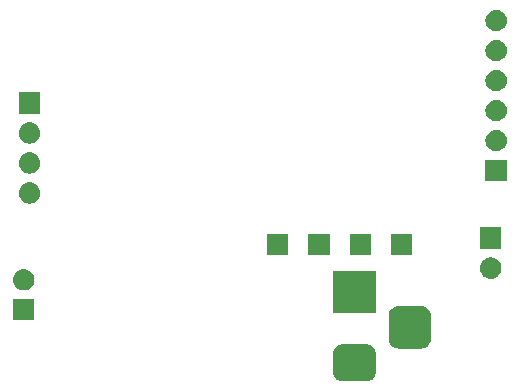
<source format=gbr>
G04 #@! TF.GenerationSoftware,KiCad,Pcbnew,(5.0.2)-1*
G04 #@! TF.CreationDate,2020-08-19T16:16:04+02:00*
G04 #@! TF.ProjectId,RGB-LED-controller,5247422d-4c45-4442-9d63-6f6e74726f6c,rev?*
G04 #@! TF.SameCoordinates,Original*
G04 #@! TF.FileFunction,Soldermask,Bot*
G04 #@! TF.FilePolarity,Negative*
%FSLAX46Y46*%
G04 Gerber Fmt 4.6, Leading zero omitted, Abs format (unit mm)*
G04 Created by KiCad (PCBNEW (5.0.2)-1) date 19/08/2020 16:16:04*
%MOMM*%
%LPD*%
G01*
G04 APERTURE LIST*
%ADD10C,0.100000*%
G04 APERTURE END LIST*
D10*
G36*
X175101978Y-63633293D02*
X175235627Y-63673835D01*
X175358782Y-63739662D01*
X175466739Y-63828261D01*
X175555338Y-63936218D01*
X175621165Y-64059373D01*
X175661707Y-64193022D01*
X175676000Y-64338140D01*
X175676000Y-66001860D01*
X175661707Y-66146978D01*
X175621165Y-66280627D01*
X175555338Y-66403782D01*
X175466739Y-66511739D01*
X175358782Y-66600338D01*
X175235627Y-66666165D01*
X175101978Y-66706707D01*
X174956860Y-66721000D01*
X172793140Y-66721000D01*
X172648022Y-66706707D01*
X172514373Y-66666165D01*
X172391218Y-66600338D01*
X172283261Y-66511739D01*
X172194662Y-66403782D01*
X172128835Y-66280627D01*
X172088293Y-66146978D01*
X172074000Y-66001860D01*
X172074000Y-64338140D01*
X172088293Y-64193022D01*
X172128835Y-64059373D01*
X172194662Y-63936218D01*
X172283261Y-63828261D01*
X172391218Y-63739662D01*
X172514373Y-63673835D01*
X172648022Y-63633293D01*
X172793140Y-63619000D01*
X174956860Y-63619000D01*
X175101978Y-63633293D01*
X175101978Y-63633293D01*
G37*
G36*
X179701366Y-60385695D02*
X179858458Y-60433348D01*
X180003230Y-60510731D01*
X180130128Y-60614872D01*
X180234269Y-60741770D01*
X180311652Y-60886542D01*
X180359305Y-61043634D01*
X180376000Y-61213140D01*
X180376000Y-63126860D01*
X180359305Y-63296366D01*
X180311652Y-63453458D01*
X180234269Y-63598230D01*
X180130128Y-63725128D01*
X180003230Y-63829269D01*
X179858458Y-63906652D01*
X179701366Y-63954305D01*
X179531860Y-63971000D01*
X177618140Y-63971000D01*
X177448634Y-63954305D01*
X177291542Y-63906652D01*
X177146770Y-63829269D01*
X177019872Y-63725128D01*
X176915731Y-63598230D01*
X176838348Y-63453458D01*
X176790695Y-63296366D01*
X176774000Y-63126860D01*
X176774000Y-61213140D01*
X176790695Y-61043634D01*
X176838348Y-60886542D01*
X176915731Y-60741770D01*
X177019872Y-60614872D01*
X177146770Y-60510731D01*
X177291542Y-60433348D01*
X177448634Y-60385695D01*
X177618140Y-60369000D01*
X179531860Y-60369000D01*
X179701366Y-60385695D01*
X179701366Y-60385695D01*
G37*
G36*
X146776000Y-61571000D02*
X144974000Y-61571000D01*
X144974000Y-59769000D01*
X146776000Y-59769000D01*
X146776000Y-61571000D01*
X146776000Y-61571000D01*
G37*
G36*
X175676000Y-60971000D02*
X172074000Y-60971000D01*
X172074000Y-57369000D01*
X175676000Y-57369000D01*
X175676000Y-60971000D01*
X175676000Y-60971000D01*
G37*
G36*
X145985443Y-57235519D02*
X146051627Y-57242037D01*
X146164853Y-57276384D01*
X146221467Y-57293557D01*
X146360087Y-57367652D01*
X146377991Y-57377222D01*
X146413729Y-57406552D01*
X146515186Y-57489814D01*
X146598448Y-57591271D01*
X146627778Y-57627009D01*
X146627779Y-57627011D01*
X146711443Y-57783533D01*
X146711443Y-57783534D01*
X146762963Y-57953373D01*
X146780359Y-58130000D01*
X146762963Y-58306627D01*
X146728616Y-58419853D01*
X146711443Y-58476467D01*
X146637348Y-58615087D01*
X146627778Y-58632991D01*
X146598448Y-58668729D01*
X146515186Y-58770186D01*
X146413729Y-58853448D01*
X146377991Y-58882778D01*
X146377989Y-58882779D01*
X146221467Y-58966443D01*
X146164853Y-58983616D01*
X146051627Y-59017963D01*
X145985443Y-59024481D01*
X145919260Y-59031000D01*
X145830740Y-59031000D01*
X145764557Y-59024481D01*
X145698373Y-59017963D01*
X145585147Y-58983616D01*
X145528533Y-58966443D01*
X145372011Y-58882779D01*
X145372009Y-58882778D01*
X145336271Y-58853448D01*
X145234814Y-58770186D01*
X145151552Y-58668729D01*
X145122222Y-58632991D01*
X145112652Y-58615087D01*
X145038557Y-58476467D01*
X145021384Y-58419853D01*
X144987037Y-58306627D01*
X144969641Y-58130000D01*
X144987037Y-57953373D01*
X145038557Y-57783534D01*
X145038557Y-57783533D01*
X145122221Y-57627011D01*
X145122222Y-57627009D01*
X145151552Y-57591271D01*
X145234814Y-57489814D01*
X145336271Y-57406552D01*
X145372009Y-57377222D01*
X145389913Y-57367652D01*
X145528533Y-57293557D01*
X145585147Y-57276384D01*
X145698373Y-57242037D01*
X145764557Y-57235519D01*
X145830740Y-57229000D01*
X145919260Y-57229000D01*
X145985443Y-57235519D01*
X145985443Y-57235519D01*
G37*
G36*
X185530443Y-56255519D02*
X185596627Y-56262037D01*
X185709853Y-56296384D01*
X185766467Y-56313557D01*
X185905087Y-56387652D01*
X185922991Y-56397222D01*
X185958729Y-56426552D01*
X186060186Y-56509814D01*
X186143448Y-56611271D01*
X186172778Y-56647009D01*
X186172779Y-56647011D01*
X186256443Y-56803533D01*
X186256443Y-56803534D01*
X186307963Y-56973373D01*
X186325359Y-57150000D01*
X186307963Y-57326627D01*
X186292615Y-57377222D01*
X186256443Y-57496467D01*
X186186666Y-57627009D01*
X186172778Y-57652991D01*
X186143448Y-57688729D01*
X186060186Y-57790186D01*
X185958729Y-57873448D01*
X185922991Y-57902778D01*
X185922989Y-57902779D01*
X185766467Y-57986443D01*
X185709853Y-58003616D01*
X185596627Y-58037963D01*
X185530442Y-58044482D01*
X185464260Y-58051000D01*
X185375740Y-58051000D01*
X185309558Y-58044482D01*
X185243373Y-58037963D01*
X185130147Y-58003616D01*
X185073533Y-57986443D01*
X184917011Y-57902779D01*
X184917009Y-57902778D01*
X184881271Y-57873448D01*
X184779814Y-57790186D01*
X184696552Y-57688729D01*
X184667222Y-57652991D01*
X184653334Y-57627009D01*
X184583557Y-57496467D01*
X184547385Y-57377222D01*
X184532037Y-57326627D01*
X184514641Y-57150000D01*
X184532037Y-56973373D01*
X184583557Y-56803534D01*
X184583557Y-56803533D01*
X184667221Y-56647011D01*
X184667222Y-56647009D01*
X184696552Y-56611271D01*
X184779814Y-56509814D01*
X184881271Y-56426552D01*
X184917009Y-56397222D01*
X184934913Y-56387652D01*
X185073533Y-56313557D01*
X185130147Y-56296384D01*
X185243373Y-56262037D01*
X185309557Y-56255519D01*
X185375740Y-56249000D01*
X185464260Y-56249000D01*
X185530443Y-56255519D01*
X185530443Y-56255519D01*
G37*
G36*
X171776000Y-56071000D02*
X169974000Y-56071000D01*
X169974000Y-54269000D01*
X171776000Y-54269000D01*
X171776000Y-56071000D01*
X171776000Y-56071000D01*
G37*
G36*
X178776000Y-56071000D02*
X176974000Y-56071000D01*
X176974000Y-54269000D01*
X178776000Y-54269000D01*
X178776000Y-56071000D01*
X178776000Y-56071000D01*
G37*
G36*
X175276000Y-56071000D02*
X173474000Y-56071000D01*
X173474000Y-54269000D01*
X175276000Y-54269000D01*
X175276000Y-56071000D01*
X175276000Y-56071000D01*
G37*
G36*
X168276000Y-56071000D02*
X166474000Y-56071000D01*
X166474000Y-54269000D01*
X168276000Y-54269000D01*
X168276000Y-56071000D01*
X168276000Y-56071000D01*
G37*
G36*
X186321000Y-55511000D02*
X184519000Y-55511000D01*
X184519000Y-53709000D01*
X186321000Y-53709000D01*
X186321000Y-55511000D01*
X186321000Y-55511000D01*
G37*
G36*
X146485443Y-49895519D02*
X146551627Y-49902037D01*
X146664853Y-49936384D01*
X146721467Y-49953557D01*
X146860087Y-50027652D01*
X146877991Y-50037222D01*
X146913729Y-50066552D01*
X147015186Y-50149814D01*
X147098448Y-50251271D01*
X147127778Y-50287009D01*
X147127779Y-50287011D01*
X147211443Y-50443533D01*
X147211443Y-50443534D01*
X147262963Y-50613373D01*
X147280359Y-50790000D01*
X147262963Y-50966627D01*
X147228616Y-51079853D01*
X147211443Y-51136467D01*
X147137348Y-51275087D01*
X147127778Y-51292991D01*
X147098448Y-51328729D01*
X147015186Y-51430186D01*
X146913729Y-51513448D01*
X146877991Y-51542778D01*
X146877989Y-51542779D01*
X146721467Y-51626443D01*
X146664853Y-51643616D01*
X146551627Y-51677963D01*
X146485443Y-51684481D01*
X146419260Y-51691000D01*
X146330740Y-51691000D01*
X146264557Y-51684481D01*
X146198373Y-51677963D01*
X146085147Y-51643616D01*
X146028533Y-51626443D01*
X145872011Y-51542779D01*
X145872009Y-51542778D01*
X145836271Y-51513448D01*
X145734814Y-51430186D01*
X145651552Y-51328729D01*
X145622222Y-51292991D01*
X145612652Y-51275087D01*
X145538557Y-51136467D01*
X145521384Y-51079853D01*
X145487037Y-50966627D01*
X145469641Y-50790000D01*
X145487037Y-50613373D01*
X145538557Y-50443534D01*
X145538557Y-50443533D01*
X145622221Y-50287011D01*
X145622222Y-50287009D01*
X145651552Y-50251271D01*
X145734814Y-50149814D01*
X145836271Y-50066552D01*
X145872009Y-50037222D01*
X145889913Y-50027652D01*
X146028533Y-49953557D01*
X146085147Y-49936384D01*
X146198373Y-49902037D01*
X146264557Y-49895519D01*
X146330740Y-49889000D01*
X146419260Y-49889000D01*
X146485443Y-49895519D01*
X146485443Y-49895519D01*
G37*
G36*
X186776000Y-49796000D02*
X184974000Y-49796000D01*
X184974000Y-47994000D01*
X186776000Y-47994000D01*
X186776000Y-49796000D01*
X186776000Y-49796000D01*
G37*
G36*
X146485443Y-47355519D02*
X146551627Y-47362037D01*
X146664853Y-47396384D01*
X146721467Y-47413557D01*
X146860087Y-47487652D01*
X146877991Y-47497222D01*
X146913729Y-47526552D01*
X147015186Y-47609814D01*
X147098448Y-47711271D01*
X147127778Y-47747009D01*
X147127779Y-47747011D01*
X147211443Y-47903533D01*
X147211443Y-47903534D01*
X147262963Y-48073373D01*
X147280359Y-48250000D01*
X147262963Y-48426627D01*
X147228616Y-48539853D01*
X147211443Y-48596467D01*
X147137348Y-48735087D01*
X147127778Y-48752991D01*
X147098448Y-48788729D01*
X147015186Y-48890186D01*
X146913729Y-48973448D01*
X146877991Y-49002778D01*
X146877989Y-49002779D01*
X146721467Y-49086443D01*
X146664853Y-49103616D01*
X146551627Y-49137963D01*
X146485443Y-49144481D01*
X146419260Y-49151000D01*
X146330740Y-49151000D01*
X146264557Y-49144481D01*
X146198373Y-49137963D01*
X146085147Y-49103616D01*
X146028533Y-49086443D01*
X145872011Y-49002779D01*
X145872009Y-49002778D01*
X145836271Y-48973448D01*
X145734814Y-48890186D01*
X145651552Y-48788729D01*
X145622222Y-48752991D01*
X145612652Y-48735087D01*
X145538557Y-48596467D01*
X145521384Y-48539853D01*
X145487037Y-48426627D01*
X145469641Y-48250000D01*
X145487037Y-48073373D01*
X145538557Y-47903534D01*
X145538557Y-47903533D01*
X145622221Y-47747011D01*
X145622222Y-47747009D01*
X145651552Y-47711271D01*
X145734814Y-47609814D01*
X145836271Y-47526552D01*
X145872009Y-47497222D01*
X145889913Y-47487652D01*
X146028533Y-47413557D01*
X146085147Y-47396384D01*
X146198373Y-47362037D01*
X146264558Y-47355518D01*
X146330740Y-47349000D01*
X146419260Y-47349000D01*
X146485443Y-47355519D01*
X146485443Y-47355519D01*
G37*
G36*
X185985443Y-45460519D02*
X186051627Y-45467037D01*
X186164853Y-45501384D01*
X186221467Y-45518557D01*
X186360087Y-45592652D01*
X186377991Y-45602222D01*
X186413729Y-45631552D01*
X186515186Y-45714814D01*
X186598448Y-45816271D01*
X186627778Y-45852009D01*
X186627779Y-45852011D01*
X186711443Y-46008533D01*
X186711443Y-46008534D01*
X186762963Y-46178373D01*
X186780359Y-46355000D01*
X186762963Y-46531627D01*
X186728616Y-46644853D01*
X186711443Y-46701467D01*
X186637348Y-46840087D01*
X186627778Y-46857991D01*
X186598448Y-46893729D01*
X186515186Y-46995186D01*
X186413729Y-47078448D01*
X186377991Y-47107778D01*
X186377989Y-47107779D01*
X186221467Y-47191443D01*
X186164853Y-47208616D01*
X186051627Y-47242963D01*
X185985442Y-47249482D01*
X185919260Y-47256000D01*
X185830740Y-47256000D01*
X185764558Y-47249482D01*
X185698373Y-47242963D01*
X185585147Y-47208616D01*
X185528533Y-47191443D01*
X185372011Y-47107779D01*
X185372009Y-47107778D01*
X185336271Y-47078448D01*
X185234814Y-46995186D01*
X185151552Y-46893729D01*
X185122222Y-46857991D01*
X185112652Y-46840087D01*
X185038557Y-46701467D01*
X185021384Y-46644853D01*
X184987037Y-46531627D01*
X184969641Y-46355000D01*
X184987037Y-46178373D01*
X185038557Y-46008534D01*
X185038557Y-46008533D01*
X185122221Y-45852011D01*
X185122222Y-45852009D01*
X185151552Y-45816271D01*
X185234814Y-45714814D01*
X185336271Y-45631552D01*
X185372009Y-45602222D01*
X185389913Y-45592652D01*
X185528533Y-45518557D01*
X185585147Y-45501384D01*
X185698373Y-45467037D01*
X185764557Y-45460519D01*
X185830740Y-45454000D01*
X185919260Y-45454000D01*
X185985443Y-45460519D01*
X185985443Y-45460519D01*
G37*
G36*
X146485442Y-44815518D02*
X146551627Y-44822037D01*
X146664853Y-44856384D01*
X146721467Y-44873557D01*
X146860087Y-44947652D01*
X146877991Y-44957222D01*
X146913729Y-44986552D01*
X147015186Y-45069814D01*
X147098448Y-45171271D01*
X147127778Y-45207009D01*
X147127779Y-45207011D01*
X147211443Y-45363533D01*
X147211443Y-45363534D01*
X147262963Y-45533373D01*
X147280359Y-45710000D01*
X147262963Y-45886627D01*
X147228616Y-45999853D01*
X147211443Y-46056467D01*
X147146282Y-46178373D01*
X147127778Y-46212991D01*
X147098448Y-46248729D01*
X147015186Y-46350186D01*
X146913729Y-46433448D01*
X146877991Y-46462778D01*
X146877989Y-46462779D01*
X146721467Y-46546443D01*
X146664853Y-46563616D01*
X146551627Y-46597963D01*
X146485442Y-46604482D01*
X146419260Y-46611000D01*
X146330740Y-46611000D01*
X146264557Y-46604481D01*
X146198373Y-46597963D01*
X146085147Y-46563616D01*
X146028533Y-46546443D01*
X145872011Y-46462779D01*
X145872009Y-46462778D01*
X145836271Y-46433448D01*
X145734814Y-46350186D01*
X145651552Y-46248729D01*
X145622222Y-46212991D01*
X145603718Y-46178373D01*
X145538557Y-46056467D01*
X145521384Y-45999853D01*
X145487037Y-45886627D01*
X145469641Y-45710000D01*
X145487037Y-45533373D01*
X145538557Y-45363534D01*
X145538557Y-45363533D01*
X145622221Y-45207011D01*
X145622222Y-45207009D01*
X145651552Y-45171271D01*
X145734814Y-45069814D01*
X145836271Y-44986552D01*
X145872009Y-44957222D01*
X145889913Y-44947652D01*
X146028533Y-44873557D01*
X146085147Y-44856384D01*
X146198373Y-44822037D01*
X146264558Y-44815518D01*
X146330740Y-44809000D01*
X146419260Y-44809000D01*
X146485442Y-44815518D01*
X146485442Y-44815518D01*
G37*
G36*
X185985443Y-42920519D02*
X186051627Y-42927037D01*
X186164853Y-42961384D01*
X186221467Y-42978557D01*
X186360087Y-43052652D01*
X186377991Y-43062222D01*
X186413729Y-43091552D01*
X186515186Y-43174814D01*
X186598448Y-43276271D01*
X186627778Y-43312009D01*
X186627779Y-43312011D01*
X186711443Y-43468533D01*
X186711443Y-43468534D01*
X186762963Y-43638373D01*
X186780359Y-43815000D01*
X186762963Y-43991627D01*
X186728616Y-44104853D01*
X186711443Y-44161467D01*
X186637348Y-44300087D01*
X186627778Y-44317991D01*
X186598448Y-44353729D01*
X186515186Y-44455186D01*
X186413729Y-44538448D01*
X186377991Y-44567778D01*
X186377989Y-44567779D01*
X186221467Y-44651443D01*
X186164853Y-44668616D01*
X186051627Y-44702963D01*
X185985443Y-44709481D01*
X185919260Y-44716000D01*
X185830740Y-44716000D01*
X185764557Y-44709481D01*
X185698373Y-44702963D01*
X185585147Y-44668616D01*
X185528533Y-44651443D01*
X185372011Y-44567779D01*
X185372009Y-44567778D01*
X185336271Y-44538448D01*
X185234814Y-44455186D01*
X185151552Y-44353729D01*
X185122222Y-44317991D01*
X185112652Y-44300087D01*
X185038557Y-44161467D01*
X185021384Y-44104853D01*
X184987037Y-43991627D01*
X184969641Y-43815000D01*
X184987037Y-43638373D01*
X185038557Y-43468534D01*
X185038557Y-43468533D01*
X185122221Y-43312011D01*
X185122222Y-43312009D01*
X185151552Y-43276271D01*
X185234814Y-43174814D01*
X185336271Y-43091552D01*
X185372009Y-43062222D01*
X185389913Y-43052652D01*
X185528533Y-42978557D01*
X185585147Y-42961384D01*
X185698373Y-42927037D01*
X185764557Y-42920519D01*
X185830740Y-42914000D01*
X185919260Y-42914000D01*
X185985443Y-42920519D01*
X185985443Y-42920519D01*
G37*
G36*
X147276000Y-44071000D02*
X145474000Y-44071000D01*
X145474000Y-42269000D01*
X147276000Y-42269000D01*
X147276000Y-44071000D01*
X147276000Y-44071000D01*
G37*
G36*
X185985443Y-40380519D02*
X186051627Y-40387037D01*
X186164853Y-40421384D01*
X186221467Y-40438557D01*
X186360087Y-40512652D01*
X186377991Y-40522222D01*
X186413729Y-40551552D01*
X186515186Y-40634814D01*
X186598448Y-40736271D01*
X186627778Y-40772009D01*
X186627779Y-40772011D01*
X186711443Y-40928533D01*
X186711443Y-40928534D01*
X186762963Y-41098373D01*
X186780359Y-41275000D01*
X186762963Y-41451627D01*
X186728616Y-41564853D01*
X186711443Y-41621467D01*
X186637348Y-41760087D01*
X186627778Y-41777991D01*
X186598448Y-41813729D01*
X186515186Y-41915186D01*
X186413729Y-41998448D01*
X186377991Y-42027778D01*
X186377989Y-42027779D01*
X186221467Y-42111443D01*
X186164853Y-42128616D01*
X186051627Y-42162963D01*
X185985443Y-42169481D01*
X185919260Y-42176000D01*
X185830740Y-42176000D01*
X185764557Y-42169481D01*
X185698373Y-42162963D01*
X185585147Y-42128616D01*
X185528533Y-42111443D01*
X185372011Y-42027779D01*
X185372009Y-42027778D01*
X185336271Y-41998448D01*
X185234814Y-41915186D01*
X185151552Y-41813729D01*
X185122222Y-41777991D01*
X185112652Y-41760087D01*
X185038557Y-41621467D01*
X185021384Y-41564853D01*
X184987037Y-41451627D01*
X184969641Y-41275000D01*
X184987037Y-41098373D01*
X185038557Y-40928534D01*
X185038557Y-40928533D01*
X185122221Y-40772011D01*
X185122222Y-40772009D01*
X185151552Y-40736271D01*
X185234814Y-40634814D01*
X185336271Y-40551552D01*
X185372009Y-40522222D01*
X185389913Y-40512652D01*
X185528533Y-40438557D01*
X185585147Y-40421384D01*
X185698373Y-40387037D01*
X185764558Y-40380518D01*
X185830740Y-40374000D01*
X185919260Y-40374000D01*
X185985443Y-40380519D01*
X185985443Y-40380519D01*
G37*
G36*
X185985443Y-37840519D02*
X186051627Y-37847037D01*
X186164853Y-37881384D01*
X186221467Y-37898557D01*
X186360087Y-37972652D01*
X186377991Y-37982222D01*
X186413729Y-38011552D01*
X186515186Y-38094814D01*
X186598448Y-38196271D01*
X186627778Y-38232009D01*
X186627779Y-38232011D01*
X186711443Y-38388533D01*
X186711443Y-38388534D01*
X186762963Y-38558373D01*
X186780359Y-38735000D01*
X186762963Y-38911627D01*
X186728616Y-39024853D01*
X186711443Y-39081467D01*
X186637348Y-39220087D01*
X186627778Y-39237991D01*
X186598448Y-39273729D01*
X186515186Y-39375186D01*
X186413729Y-39458448D01*
X186377991Y-39487778D01*
X186377989Y-39487779D01*
X186221467Y-39571443D01*
X186164853Y-39588616D01*
X186051627Y-39622963D01*
X185985442Y-39629482D01*
X185919260Y-39636000D01*
X185830740Y-39636000D01*
X185764558Y-39629482D01*
X185698373Y-39622963D01*
X185585147Y-39588616D01*
X185528533Y-39571443D01*
X185372011Y-39487779D01*
X185372009Y-39487778D01*
X185336271Y-39458448D01*
X185234814Y-39375186D01*
X185151552Y-39273729D01*
X185122222Y-39237991D01*
X185112652Y-39220087D01*
X185038557Y-39081467D01*
X185021384Y-39024853D01*
X184987037Y-38911627D01*
X184969641Y-38735000D01*
X184987037Y-38558373D01*
X185038557Y-38388534D01*
X185038557Y-38388533D01*
X185122221Y-38232011D01*
X185122222Y-38232009D01*
X185151552Y-38196271D01*
X185234814Y-38094814D01*
X185336271Y-38011552D01*
X185372009Y-37982222D01*
X185389913Y-37972652D01*
X185528533Y-37898557D01*
X185585147Y-37881384D01*
X185698373Y-37847037D01*
X185764558Y-37840518D01*
X185830740Y-37834000D01*
X185919260Y-37834000D01*
X185985443Y-37840519D01*
X185985443Y-37840519D01*
G37*
G36*
X185985442Y-35300518D02*
X186051627Y-35307037D01*
X186164853Y-35341384D01*
X186221467Y-35358557D01*
X186360087Y-35432652D01*
X186377991Y-35442222D01*
X186413729Y-35471552D01*
X186515186Y-35554814D01*
X186598448Y-35656271D01*
X186627778Y-35692009D01*
X186627779Y-35692011D01*
X186711443Y-35848533D01*
X186711443Y-35848534D01*
X186762963Y-36018373D01*
X186780359Y-36195000D01*
X186762963Y-36371627D01*
X186728616Y-36484853D01*
X186711443Y-36541467D01*
X186637348Y-36680087D01*
X186627778Y-36697991D01*
X186598448Y-36733729D01*
X186515186Y-36835186D01*
X186413729Y-36918448D01*
X186377991Y-36947778D01*
X186377989Y-36947779D01*
X186221467Y-37031443D01*
X186164853Y-37048616D01*
X186051627Y-37082963D01*
X185985442Y-37089482D01*
X185919260Y-37096000D01*
X185830740Y-37096000D01*
X185764557Y-37089481D01*
X185698373Y-37082963D01*
X185585147Y-37048616D01*
X185528533Y-37031443D01*
X185372011Y-36947779D01*
X185372009Y-36947778D01*
X185336271Y-36918448D01*
X185234814Y-36835186D01*
X185151552Y-36733729D01*
X185122222Y-36697991D01*
X185112652Y-36680087D01*
X185038557Y-36541467D01*
X185021384Y-36484853D01*
X184987037Y-36371627D01*
X184969641Y-36195000D01*
X184987037Y-36018373D01*
X185038557Y-35848534D01*
X185038557Y-35848533D01*
X185122221Y-35692011D01*
X185122222Y-35692009D01*
X185151552Y-35656271D01*
X185234814Y-35554814D01*
X185336271Y-35471552D01*
X185372009Y-35442222D01*
X185389913Y-35432652D01*
X185528533Y-35358557D01*
X185585147Y-35341384D01*
X185698373Y-35307037D01*
X185764558Y-35300518D01*
X185830740Y-35294000D01*
X185919260Y-35294000D01*
X185985442Y-35300518D01*
X185985442Y-35300518D01*
G37*
M02*

</source>
